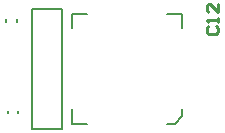
<source format=gto>
G04*
G04 #@! TF.GenerationSoftware,Altium Limited,Altium Designer,22.0.2 (36)*
G04*
G04 Layer_Color=65535*
%FSLAX25Y25*%
%MOIN*%
G70*
G04*
G04 #@! TF.SameCoordinates,123502C9-EB5C-4286-84A1-43EA48080DB4*
G04*
G04*
G04 #@! TF.FilePolarity,Positive*
G04*
G01*
G75*
%ADD10C,0.00787*%
%ADD11C,0.00500*%
%ADD12C,0.01000*%
D10*
X226693Y413307D02*
X231555D01*
X226693Y408445D02*
Y413307D01*
X258445D02*
X263307D01*
Y408445D02*
Y413307D01*
X226693Y376693D02*
X231555D01*
X226693D02*
Y381555D01*
X260876Y376693D02*
X263307Y379124D01*
X258445Y376693D02*
X260876D01*
X263307Y379124D02*
Y381555D01*
X213500Y375000D02*
X223500D01*
X213500D02*
Y415000D01*
X223500Y375000D02*
Y415000D01*
X213500D02*
X223500D01*
D11*
X208772Y380067D02*
Y380933D01*
X205228Y380067D02*
Y380933D01*
X204728Y410567D02*
Y411433D01*
X208272Y410567D02*
Y411433D01*
D12*
X272188Y409204D02*
X271532Y408548D01*
Y407236D01*
X272188Y406580D01*
X274812D01*
X275468Y407236D01*
Y408548D01*
X274812Y409204D01*
X275468Y410516D02*
Y411828D01*
Y411172D01*
X271532D01*
X272188Y410516D01*
X275468Y416420D02*
Y413796D01*
X272844Y416420D01*
X272188D01*
X271532Y415764D01*
Y414452D01*
X272188Y413796D01*
M02*

</source>
